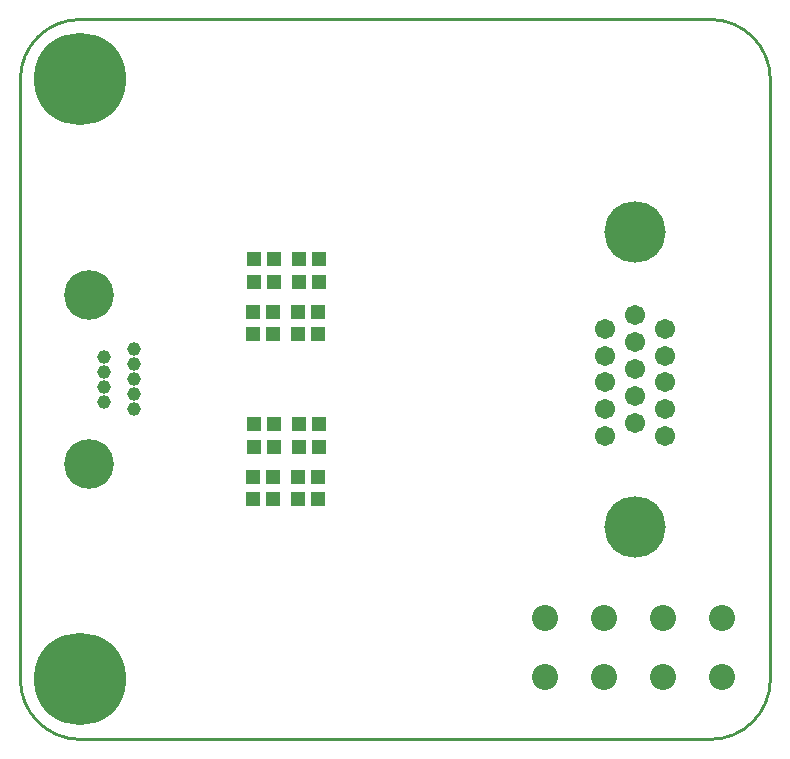
<source format=gbs>
G04*
G04 #@! TF.GenerationSoftware,Altium Limited,Altium Designer,21.2.2 (38)*
G04*
G04 Layer_Color=16711935*
%FSLAX25Y25*%
%MOIN*%
G70*
G04*
G04 #@! TF.SameCoordinates,721590ED-CEA7-4866-BC24-90B372C3D9A2*
G04*
G04*
G04 #@! TF.FilePolarity,Negative*
G04*
G01*
G75*
%ADD12C,0.01000*%
%ADD17R,0.04540X0.04540*%
%ADD23C,0.04540*%
%ADD24C,0.16548*%
%ADD25C,0.20485*%
%ADD26C,0.06706*%
%ADD27C,0.08674*%
%ADD28C,0.30800*%
%ADD29C,0.03800*%
D12*
X120000Y240000D02*
G03*
X100000Y220000I0J-20000D01*
G01*
X350000D02*
G03*
X330000Y240000I-20000J0D01*
G01*
Y0D02*
G03*
X350000Y20000I0J20000D01*
G01*
X100000D02*
G03*
X120000Y0I20000J0D01*
G01*
Y240000D02*
X330000D01*
X350000Y20000D02*
Y220000D01*
X120000Y0D02*
X330000D01*
X100000Y20000D02*
Y220000D01*
D17*
X199307Y87500D02*
D03*
X192614D02*
D03*
X184307D02*
D03*
X177614D02*
D03*
X184500Y105000D02*
D03*
X177807D02*
D03*
Y97500D02*
D03*
X184500D02*
D03*
X177614Y80000D02*
D03*
X184307D02*
D03*
X192614D02*
D03*
X199307D02*
D03*
X192807Y97500D02*
D03*
X199500D02*
D03*
Y105000D02*
D03*
X192807D02*
D03*
X178000Y152500D02*
D03*
X184693D02*
D03*
X199693Y160000D02*
D03*
X193000D02*
D03*
Y152500D02*
D03*
X199693D02*
D03*
X184693Y160000D02*
D03*
X178000D02*
D03*
X199193Y142500D02*
D03*
X192500D02*
D03*
X177500Y135000D02*
D03*
X184193D02*
D03*
Y142500D02*
D03*
X177500D02*
D03*
X192500Y135000D02*
D03*
X199193D02*
D03*
D23*
X138000Y120000D02*
D03*
Y125000D02*
D03*
Y130000D02*
D03*
Y115000D02*
D03*
Y110000D02*
D03*
X128000Y122500D02*
D03*
Y127500D02*
D03*
Y112500D02*
D03*
Y117500D02*
D03*
D24*
X123000Y148248D02*
D03*
Y91752D02*
D03*
D25*
X305000Y70807D02*
D03*
Y169193D02*
D03*
D26*
X295000Y136949D02*
D03*
X305000Y141437D02*
D03*
Y105532D02*
D03*
X295000Y127972D02*
D03*
X305000Y132461D02*
D03*
X295000Y118996D02*
D03*
X305000Y123484D02*
D03*
X295000Y110020D02*
D03*
X305000Y114508D02*
D03*
X295000Y101043D02*
D03*
X315000D02*
D03*
Y110020D02*
D03*
Y118996D02*
D03*
Y127972D02*
D03*
Y136949D02*
D03*
D27*
X274815Y40500D02*
D03*
X294500D02*
D03*
X314185D02*
D03*
X333870D02*
D03*
X274815Y20815D02*
D03*
X294500D02*
D03*
X314185D02*
D03*
X333870D02*
D03*
D28*
X120000Y20000D02*
D03*
Y220000D02*
D03*
D29*
X129842Y25905D02*
D03*
X125906Y10158D02*
D03*
X110158Y14095D02*
D03*
X125906Y29842D02*
D03*
X129842Y14095D02*
D03*
X114094Y10158D02*
D03*
Y29842D02*
D03*
X108750Y20000D02*
D03*
X120000Y8750D02*
D03*
X131250Y20000D02*
D03*
X120000Y31250D02*
D03*
X110158Y25905D02*
D03*
X129842Y225905D02*
D03*
X125906Y210157D02*
D03*
X110158Y214094D02*
D03*
X125906Y229842D02*
D03*
X129842Y214094D02*
D03*
X114094Y210157D02*
D03*
Y229842D02*
D03*
X108750Y220000D02*
D03*
X120000Y208750D02*
D03*
X131250Y220000D02*
D03*
X120000Y231250D02*
D03*
X110158Y225905D02*
D03*
M02*

</source>
